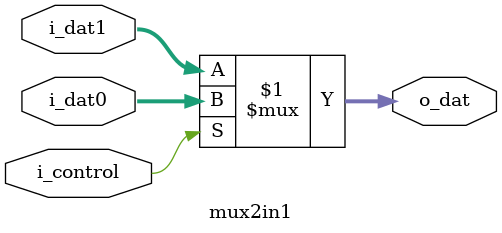
<source format=v>
module mux2in1(i_dat0, i_dat1, i_control, o_dat);

parameter WIDTH = 32;

input   [WIDTH-1:0]   i_dat0, i_dat1; 
input                 i_control;
output  [WIDTH-1:0]   o_dat;
  
assign o_dat = i_control ? i_dat0 : i_dat1;

endmodule
</source>
